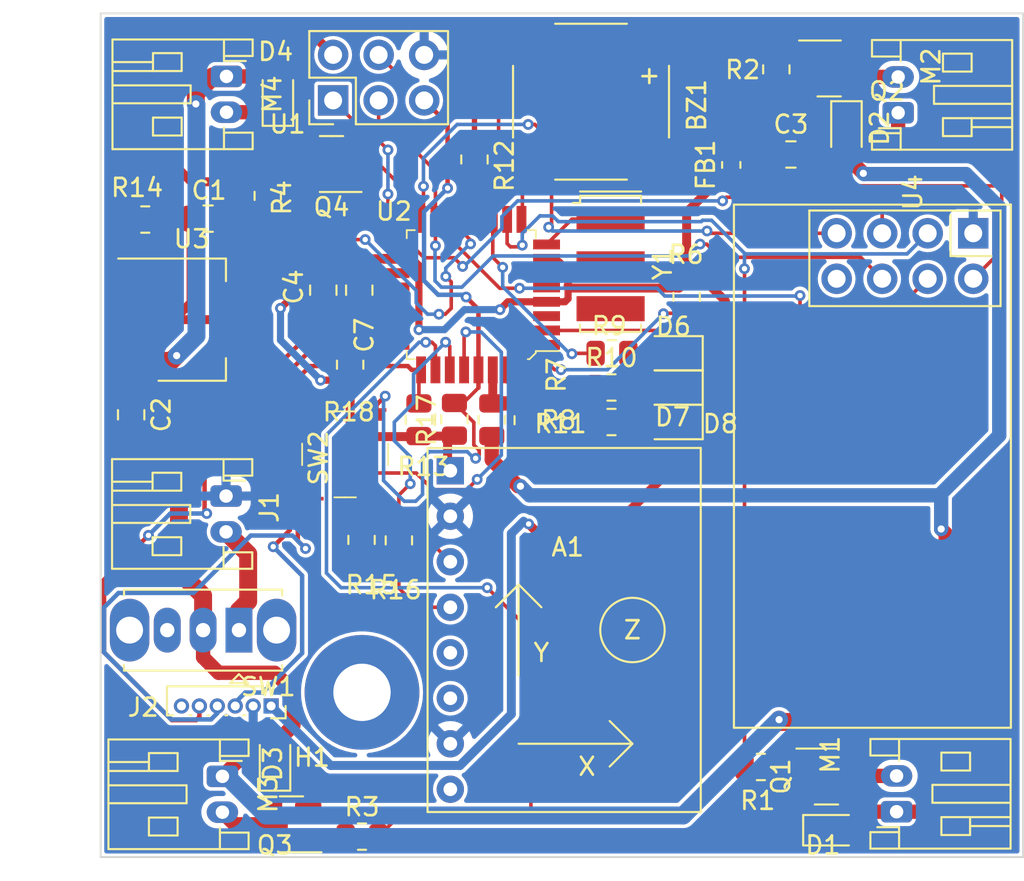
<source format=kicad_pcb>
(kicad_pcb (version 20241229) (generator "pcbnew") (generator_version "9.0")
  (layers (0 "F.Cu" signal) (2 "B.Cu" signal) (13 "F.Paste" user) (15 "B.Paste" user) (5 "F.SilkS" user "F.Silkscreen") (7 "B.SilkS" user "B.Silkscreen") (1 "F.Mask" user) (3 "B.Mask" user) (25 "Edge.Cuts" user))
  (net 0 "")
  (net 1 "Net-(BZ1-Pad1)")
  (net 2 "GND")
  (net 3 "VCC")
  (net 4 "RED")
  (net 5 "Net-(C3-Pad1)")
  (net 6 "+3.3V")
  (net 7 "Net-(U2-Pad7)")
  (net 8 "Net-(U2-Pad8)")
  (net 9 "Net-(D1-Pad1)")
  (net 10 "Net-(D2-Pad1)")
  (net 11 "Net-(D3-Pad1)")
  (net 12 "Net-(D4-Pad1)")
  (net 15 "Net-(D6-Pad2)")
  (net 16 "Net-(D7-Pad2)")
  (net 17 "Net-(D8-Pad2)")
  (net 18 "Net-(J1-Pad2)")
  (net 19 "Net-(Q1-Pad1)")
  (net 20 "Net-(Q2-Pad1)")
  (net 21 "Net-(Q3-Pad1)")
  (net 22 "Net-(Q4-Pad1)")
  (net 23 "PD6")
  (net 24 "PD5")
  (net 25 "PB1")
  (net 26 "NSS")
  (net 27 "VDD")
  (net 28 "GREEN")
  (net 29 "BLUE")
  (net 30 "Net-(R12-Pad1)")
  (net 31 "Net-(A1-Pad3)")
  (net 32 "SDA")
  (net 33 "Net-(A1-Pad4)")
  (net 34 "SCL")
  (net 35 "Net-(C1-Pad2)")
  (net 36 "RST")
  (net 37 "MISO")
  (net 38 "SCK")
  (net 39 "MOSI")
  (net 43 "PC0")
  (net 44 "CSN")
  (net 46 "PD2")
  (net 47 "Net-(R14-Pad2)")
  (net 48 "SCL1")
  (net 49 "SDA1")
  (net 51 "PC3")
  (footprint "MountingHole:MountingHole_3.2mm_M3_Pad" (layer "F.Cu") (at 132.7325 113.5888)
    (property "Reference" "H1")
    (property "Value" "MountingHole")
  )
  (footprint "LED_SMD:LED_0805_2012Metric" (layer "F.Cu") (at 150.0553 98.5012 180)
    (property "Reference" "D8")
    (property "Value" "LED")
  )
  (footprint "Resistor_SMD:R_0805_2012Metric" (layer "F.Cu") (at 132.7071 105.0798 -90)
    (property "Reference" "R15")
    (property "Value" "4.7kR")
  )
  (footprint "Resistor_SMD:R_0805_2012Metric" (layer "F.Cu") (at 146.6771 94.6658)
    (property "Reference" "R9")
    (property "Value" "R330_US")
  )
  (footprint "RF_Module:nRF24L01_Breakout" (layer "F.Cu") (at 166.8309 87.965 -90)
    (property "Reference" "U4")
    (property "Value" "NRF24L01_Breakout")
  )
  (footprint "Diode_SMD:D_SOD-323" (layer "F.Cu") (at 128.0414 80.4672 90)
    (property "Reference" "D4")
    (property "Value" "DIODE")
  )
  (footprint "digikey-footprints:Switch_Tactile_SMD_4.5x4.5mm_TL3315NF160Q" (layer "F.Cu") (at 131.7927 100.3046 -90)
    (property "Reference" "SW2")
    (property "Value" "RST_SW")
  )
  (footprint "Capacitor_SMD:C_0805_2012Metric_Pad1.18x1.45mm_HandSolder" (layer "F.Cu") (at 132.5801 91.1391 -90)
    (property "Reference" "C7")
    (property "Value" "0.1µF")
  )
  (footprint "Diode_SMD:D_SOD-323" (layer "F.Cu") (at 159.7581 82.0928 -90)
    (property "Reference" "D2")
    (property "Value" "DIODE")
  )
  (footprint "Resistor_SMD:R_0805_2012Metric" (layer "F.Cu") (at 134.7899 105.1052 90)
    (property "Reference" "R16")
    (property "Value" "4.7kR")
  )
  (footprint "Capacitor_SMD:C_0805_2012Metric" (layer "F.Cu") (at 119.8547 98.0948 -90)
    (property "Reference" "C2")
    (property "Value" "100µF")
  )
  (footprint "Package_TO_SOT_SMD:SOT-23" (layer "F.Cu") (at 158.7929 78.7654)
    (property "Reference" "Q2")
    (property "Value" "2N7002E")
  )
  (footprint "Resistor_SMD:R_0805_2012Metric" (layer "F.Cu") (at 139.0063 83.8454 90)
    (property "Reference" "R12")
    (property "Value" "330R")
  )
  (footprint "Resistor_SMD:R_0805_2012Metric" (layer "F.Cu") (at 139.9715 98.3742 90)
    (property "Reference" "R7")
    (property "Value" "100R")
  )
  (footprint "Button_Switch_THT:SW_Slide_1P2T_CK_OS102011MS2Q" (layer "F.Cu") (at 125.8679 110.1163 180)
    (property "Reference" "SW1")
    (property "Value" "SW_SPST")
  )
  (footprint "Connector_JST:JST_PH_S2B-PH-K_1x02_P2.00mm_Horizontal" (layer "F.Cu") (at 125.1495 102.632 -90)
    (property "Reference" "J1")
    (property "Value" "BAT1")
  )
  (footprint "Connector_PinHeader_2.54mm:PinHeader_2x03_P2.54mm_Vertical" (layer "F.Cu") (at 131.1219 80.5484 90)
    (property "Reference" "U1")
    (property "Value" "AVR-ISP-6")
  )
  (footprint "Resistor_SMD:R_0805_2012Metric" (layer "F.Cu") (at 146.6517 96.5708)
    (property "Reference" "R10")
    (property "Value" "R1k_US")
  )
  (footprint "Connector_JST:JST_PH_S2B-PH-K_1x02_P2.00mm_Horizontal" (layer "F.Cu") (at 125.1727 79.2088 -90)
    (property "Reference" "M4")
    (property "Value" "Motor_DC_ALT")
  )
  (footprint "Buzzer_Beeper:PUIAudio_SMT_0825_S_4_R" (layer "F.Cu") (at 145.5087 80.6196 -90)
    (property "Reference" "BZ1")
    (property "Value" "Buzzer")
  )
  (footprint "Package_TO_SOT_SMD:SOT-23" (layer "F.Cu") (at 131.0307 84.0994 180)
    (property "Reference" "Q4")
    (property "Value" "2N7002E")
  )
  (footprint "Resistor_SMD:R_0805_2012Metric" (layer "F.Cu") (at 155.8465 78.8162 -90)
    (property "Reference" "R2")
    (property "Value" "R100Ω_US")
  )
  (footprint "Package_TO_SOT_SMD:SOT-23" (layer "F.Cu") (at 158.6424 118.2878)
    (property "Reference" "Q1")
    (property "Value" "2N7002E")
  )
  (footprint "Diode_SMD:D_SOD-323" (layer "F.Cu") (at 127.8811 117.5766 90)
    (property "Reference" "D3")
    (property "Value" "DIODE")
  )
  (footprint "Charleslabs_Parts:MPU6050_Module" (layer "F.Cu") (at 137.6601 101.219)
    (property "Reference" "A1")
    (property "Value" "MPU6050_Module")
  )
  (footprint "Inductor_SMD:L_0603_1608Metric" (layer "F.Cu") (at 153.3319 84.1502 90)
    (property "Reference" "FB1")
    (property "Value" "FerriteBead_Small")
  )
  (footprint "Connector_JST:JST_PH_S2B-PH-K_1x02_P2.00mm_Horizontal" (layer "F.Cu") (at 162.6421 81.2386 90)
    (property "Reference" "M2")
    (property "Value" "Motor_DC_ALT")
  )
  (footprint "Crystal:Resonator_SMD-3Pin_7.2x3.0mm" (layer "F.Cu") (at 146.6009 89.6733 -90)
    (property "Reference" "Y1")
    (property "Value" "Crystal_GND3_Small")
  )
  (footprint "Resistor_SMD:R_0805_2012Metric" (layer "F.Cu") (at 141.9781 98.3996 -90)
    (property "Reference" "R8")
    (property "Value" "470R")
  )
  (footprint "LED_SMD:LED_0805_2012Metric" (layer "F.Cu") (at 150.0553 94.6658 180)
    (property "Reference" "D6")
    (property "Value" "LED")
  )
  (footprint "LED_SMD:LED_0805_2012Metric" (layer "F.Cu") (at 150.0553 96.5708 180)
    (property "Reference" "D7")
    (property "Value" "LED")
  )
  (footprint "Resistor_SMD:R_0805_2012Metric" (layer "F.Cu") (at 127.4747 85.8774 -90)
    (property "Reference" "R4")
    (property "Value" "R100Ω_US")
  )
  (footprint "Resistor_SMD:R_0805_2012Metric" (layer "F.Cu") (at 146.6517 98.5012)
    (property "Reference" "R11")
    (property "Value" "R1k_US")
  )
  (footprint "digikey-footprints:TQFP-32_7x7mm" (layer "F.Cu") (at 138.8285 91.3892 180)
    (property "Reference" "U2")
    (property "Value" "ATMEGA328P-AU-ND")
  )
  (footprint "Resistor_SMD:R_0805_2012Metric" (layer "F.Cu") (at 154.9848 117.7544 180)
    (property "Reference" "R1")
    (property "Value" "R100Ω_US")
  )
  (footprint "Resistor_SMD:R_0805_2012Metric" (layer "F.Cu") (at 132.0721 95.3008 -90)
    (property "Reference" "R18")
    (property "Value" "10k")
  )
  (footprint "Resistor_SMD:R_0805_2012Metric" (layer "F.Cu") (at 137.8887 98.3488 90)
    (property "Reference" "R17")
    (property "Value" "10kΩ ")
  )
  (footprint "Capacitor_SMD:C_0805_2012Metric" (layer "F.Cu") (at 156.6593 83.566)
    (property "Reference" "C3")
    (property "Value" "10µF")
  )
  (footprint "Resistor_SMD:R_0805_2012Metric" (layer "F.Cu") (at 135.9075 98.3742 -90)
    (property "Reference" "R13")
    (property "Value" "10k")
  )
  (footprint "Resistor_SMD:R_0805_2012Metric" (layer "F.Cu") (at 120.6421 87.1982)
    (property "Reference" "R14")
    (property "Value" "R470Ω")
  )
  (footprint "Capacitor_SMD:C_0805_2012Metric" (layer "F.Cu") (at 124.1473 87.1474 180)
    (property "Reference" "C1")
    (property "Value" "10µF")
  )
  (footprint "Connector_JST:JST_PH_S2B-PH-K_1x02_P2.00mm_Horizontal" (layer "F.Cu") (at 162.554 120.253 90)
    (property "Reference" "M1")
    (property "Value" "Motor_DC_ALT")
  )
  (footprint "Connector_JST:JST_PH_S2B-PH-K_1x02_P2.00mm_Horizontal" (layer "F.Cu") (at 124.9463 118.2784 -90)
    (property "Reference" "M3")
    (property "Value" "Motor_DC_ALT")
  )
  (footprint "Capacitor_SMD:C_0805_2012Metric_Pad1.18x1.45mm_HandSolder" (layer "F.Cu") (at 130.5735 91.1391 -90)
    (property "Reference" "C4")
    (property "Value" "0.1µF")
  )
  (footprint "Diode_SMD:D_SOD-323" (layer "F.Cu") (at 158.8437 121.285)
    (property "Reference" "D1")
    (property "Value" "DIODE")
  )
  (footprint "Package_TO_SOT_SMD:SOT-223-3_TabPin2" (layer "F.Cu") (at 123.2329 92.7862)
    (property "Reference" "U3")
    (property "Value" "AMS1117-3.3")
  )
  (footprint "Package_TO_SOT_SMD:SOT-23" (layer "F.Cu") (at 128.7955 120.9548 180)
    (property "Reference" "Q3")
    (property "Value" "2N7002E")
  )
  (footprint "Resistor_SMD:R_0805_2012Metric" (layer "F.Cu") (at 150.8427 91.5162 90)
    (property "Reference" "R6")
    (property "Value" "100R")
  )
  (footprint "Resistor_SMD:R_0805_2012Metric" (layer "F.Cu") (at 132.7325 121.6406)
    (property "Reference" "R3")
    (property "Value" "R100Ω_US")
  )
  (footprint "Connector_PinSocket_1.00mm:PinSocket_1x06_P1.00mm_Vertical" (layer "F.Cu") (at 127.6619 114.3508 -90)
    (property "Reference" "J2")
    (property "Value" "Conn_01x06_MountingPin")
  )
  (gr_rect (start 118.1529 75.692) (end 169.6133 122.7836) (stroke (width 0.1)) (fill no) (layer "Edge.Cuts"))
  (segment (start 149.0087 77.1196) (end 147.4391 78.6892) (width 0.3) (layer "F.Cu") (net 1))
  (segment (start 139.0063 79.883) (end 139.0063 82.9329) (width 0.3) (layer "F.Cu") (net 1))
  (segment (start 147.4391 78.6892) (end 140.2001 78.6892) (width 0.3) (layer "F.Cu") (net 1))
  (segment (start 140.2001 78.6892) (end 139.0063 79.883) (width 0.3) (layer "F.Cu") (net 1))
  (segment (start 120.0829 96.9166) (end 119.8547 97.1448) (width 0.5) (layer "F.Cu") (net 3))
  (segment (start 159.7581 83.6793) (end 159.7581 83.1428) (width 0.8) (layer "F.Cu") (net 3))
  (segment (start 161.8917 83.312) (end 159.9273 83.312) (width 0.8) (layer "F.Cu") (net 3))
  (segment (start 128.9061 113.545) (end 127.8577 112.4966) (width 0.8) (layer "F.Cu") (net 3))
  (segment (start 120.0829 95.0862) (end 122.1013 95.0862) (width 1) (layer "F.Cu") (net 3))
  (segment (start 160.6979 84.6191) (end 159.7581 83.6793) (width 0.8) (layer "F.Cu") (net 3))
  (segment (start 162.554 120.253) (end 164.3207 120.253) (width 0.8) (layer "F.Cu") (net 3))
  (segment (start 160.9257 120.253) (end 159.8937 121.285) (width 0.8) (layer "F.Cu") (net 3))
  (segment (start 127.7489 79.2088) (end 127.9573 79.4172) (width 0.8) (layer "F.Cu") (net 3))
  (segment (start 127.8577 112.4966) (end 124.7315 112.4966) (width 0.8) (layer "F.Cu") (net 3))
  (segment (start 127.8811 116.5266) (end 126.6981 116.5266) (width 0.8) (layer "F.Cu") (net 3))
  (segment (start 120.0829 95.0862) (end 120.0829 96.9166) (width 0.5) (layer "F.Cu") (net 3))
  (segment (start 164.3207 120.253) (end 165.2953 119.2784) (width 0.8) (layer "F.Cu") (net 3))
  (segment (start 125.1727 79.2088) (end 127.7489 79.2088) (width 0.8) (layer "F.Cu") (net 3))
  (segment (start 162.6421 82.5616) (end 161.8917 83.312) (width 0.8) (layer "F.Cu") (net 3))
  (segment (start 162.6421 81.2386) (end 162.6421 82.5616) (width 0.8) (layer "F.Cu") (net 3))
  (segment (start 165.2953 115.2398) (end 156.1259 115.2398) (width 1) (layer "F.Cu") (net 3))
  (segment (start 124.4151 79.2088) (end 125.1727 79.2088) (width 1) (layer "F.Cu") (net 3))
  (segment (start 127.8811 116.4516) (end 128.9061 115.4266) (width 0.8) (layer "F.Cu") (net 3))
  (segment (start 122.5217 106.8499) (end 122.5217 99.568) (width 1) (layer "F.Cu") (net 3))
  (segment (start 159.9273 83.312) (end 159.7581 83.1428) (width 0.8) (layer "F.Cu") (net 3))
  (segment (start 139.9715 100.6094) (end 139.9715 99.2867) (width 0.8) (layer "F.Cu") (net 3))
  (segment (start 165.2953 104.7242) (end 165.0413 104.4702) (width 0.8) (layer "F.Cu") (net 3))
  (segment (start 126.6981 116.5266) (end 124.9463 118.2784) (width 0.8) (layer "F.Cu") (net 3))
  (segment (start 123.4615 80.1624) (end 124.4151 79.2088) (width 1) (layer "F.Cu") (net 3))
  (segment (start 122.5217 99.568) (end 120.0985 97.1448) (width 1) (layer "F.Cu") (net 3))
  (segment (start 141.4447 102.0826) (end 139.9715 100.6094) (width 0.8) (layer "F.Cu") (net 3))
  (segment (start 165.2953 119.2784) (end 165.2953 115.2398) (width 0.8) (layer "F.Cu") (net 3))
  (segment (start 165.2953 115.2398) (end 165.2953 104.7242) (width 0.8) (layer "F.Cu") (net 3))
  (segment (start 120.0985 97.1448) (end 119.8547 97.1448) (width 1) (layer "F.Cu") (net 3))
  (segment (start 156.1259 115.2398) (end 155.9989 115.1128) (width 1) (layer "F.Cu") (net 3))
  (segment (start 162.554 120.253) (end 160.9257 120.253) (width 0.8) (layer "F.Cu") (net 3))
  (segment (start 127.8811 116.5266) (end 127.8811 116.4516) (width 0.8) (layer "F.Cu") (net 3))
  (segment (start 124.7315 112.4966) (end 123.8679 111.633) (width 0.8) (layer "F.Cu") (net 3))
  (segment (start 123.8679 110.1163) (end 123.8679 108.1961) (width 1) (layer "F.Cu") (net 3))
  (segment (start 123.8679 111.633) (end 123.8679 110.1163) (width 0.8) (layer "F.Cu") (net 3))
  (segment (start 141.5717 102.0826) (end 141.4447 102.0826) (width 0.8) (layer "F.Cu") (net 3))
  (segment (start 122.1013 95.0862) (end 122.3947 94.7928) (width 1) (layer "F.Cu") (net 3))
  (segment (start 123.8679 108.1961) (end 122.5217 106.8499) (width 1) (layer "F.Cu") (net 3))
  (segment (start 123.4615 80.7466) (end 123.4615 80.1624) (width 1) (layer "F.Cu") (net 3))
  (segment (start 128.9061 115.4266) (end 128.9061 113.545) (width 0.8) (layer "F.Cu") (net 3))
  (via (at 155.9989 115.1128) (size 0.8) (drill 0.4) (layers "F.Cu" "B.Cu") (net 3))
  (via (at 165.0413 104.4702) (size 0.8) (drill 0.4) (layers "F.Cu" "B.Cu") (net 3))
  (via (at 122.3947 94.7928) (size 0.8) (drill 0.4) (layers "F.Cu" "B.Cu") (net 3))
  (via (at 141.5717 102.0826) (size 0.8) (drill 0.4) (layers "F.Cu" "B.Cu") (net 3))
  (via (at 160.6979 84.6191) (size 0.8) (drill 0.4) (layers "F.Cu" "B.Cu") (net 3))
  (via (at 123.4615 80.7466) (size 0.8) (drill 0.4) (layers "F.Cu" "B.Cu") (net 3))
  (segment (start 168.2809 86.515) (end 168.2809 99.2494) (width 0.8) (layer "B.Cu") (net 3))
  (segment (start 142.0797 102.5906) (end 141.5717 102.0826) (width 0.8) (layer "B.Cu") (net 3))
  (segment (start 123.4977 93.6898) (end 123.4977 80.7828) (width 1) (layer "B.Cu") (net 3))
  (segment (start 127.383799 120.461) (end 125.201199 118.2784) (width 1) (layer "B.Cu") (net 3))
  (segment (start 123.4977 80.7828) (end 123.4615 80.7466) (width 1) (layer "B.Cu") (net 3))
  (segment (start 164.9397 102.5906) (end 142.0797 102.5906) (width 0.8) (layer "B.Cu") (net 3))
  (segment (start 165.0413 102.6922) (end 164.9397 102.5906) (width 0.8) (layer "B.Cu") (net 3))
  (segment (start 160.737 84.6582) (end 166.4241 84.6582) (width 0.8) (layer "B.Cu") (net 3))
  (segment (start 162.554 120.253) (end 162.554 120.2417) (width 0.8) (layer "B.Cu") (net 3))
  (segment (start 166.4241 84.6582) (end 168.2809 86.515) (width 0.8) (layer "B.Cu") (net 3))
  (segment (start 165.0413 104.4702) (end 165.0413 102.6922) (width 0.8) (layer "B.Cu") (net 3))
  (segment (start 122.3947 94.7928) (end 123.4977 93.6898) (width 1) (layer "B.Cu") (net 3))
  (segment (start 168.2809 99.2494) (end 164.9397 102.5906) (width 0.8) (layer "B.Cu") (net 3))
  (segment (start 150.6507 120.461) (end 127.383799 120.461) (width 1) (layer "B.Cu") (net 3))
  (segment (start 160.6979 84.6191) (end 160.737 84.6582) (width 0.8) (layer "B.Cu") (net 3))
  (segment (start 125.201199 118.2784) (end 124.9463 118.2784) (width 1) (layer "B.Cu") (net 3))
  (segment (start 155.9989 115.1128) (end 150.6507 120.461) (width 1) (layer "B.Cu") (net 3))
  (segment (start 162.554 120.2417) (end 162.5775 120.2182) (width 0.8) (layer "B.Cu") (net 3))
  (segment (start 145.7646 94.6658) (end 145.7646 94.6677) (width 0.2) (layer "F.Cu") (net 4))
  (segment (start 140.0285 89.3126) (end 140.0285 87.1892) (width 0.2) (layer "F.Cu") (net 4))
  (segment (start 140.5811 89.8652) (end 140.0285 89.3126) (width 0.2) (layer "F.Cu") (net 4))
  (segment (start 145.7646 94.6658) (end 144.4673 94.6658) (width 0.2) (layer "F.Cu") (net 4))
  (segment (start 144.4673 94.6658) (end 144.4419 94.6912) (width 0.2) (layer "F.Cu") (net 4))
  (segment (start 145.7646 94.6677) (end 145.8135 94.7166) (width 0.2) (layer "F.Cu") (net 4))
  (via (at 140.5811 89.8652) (size 0.6) (drill 0.3) (layers "F.Cu" "B.Cu") (net 4))
  (via (at 144.4419 94.6912) (size 0.6) (drill 0.3) (layers "F.Cu" "B.Cu") (net 4))
  (segment (start 140.5811 90.942329) (end 140.5811 89.8652) (width 0.2) (layer "B.Cu") (net 4))
  (segment (start 144.329971 94.6912) (end 140.5811 90.942329) (width 0.2) (layer "B.Cu") (net 4))
  (segment (start 144.4419 94.6912) (end 144.329971 94.6912) (width 0.2) (layer "B.Cu") (net 4))
  (segment (start 168.4195 88.9164) (end 168.4195 85.4202) (width 0.2) (layer "F.Cu") (net 5))
  (segment (start 153.5352 83.566) (end 153.3319 83.3627) (width 0.2) (layer "F.Cu") (net 5))
  (segment (start 168.4195 85.4202) (end 168.3179 85.3186) (width 0.2) (layer "F.Cu") (net 5))
  (segment (start 166.8309 90.505) (end 168.4195 88.9164) (width 0.2) (layer "F.Cu") (net 5))
  (segment (start 155.7093 83.566) (end 153.5352 83.566) (width 0.2) (layer "F.Cu") (net 5))
  (segment (start 156.3291 85.3186) (end 155.7093 84.6988) (width 0.2) (layer "F.Cu") (net 5))
  (segment (start 168.3179 85.3186) (end 156.3291 85.3186) (width 0.2) (layer "F.Cu") (net 5))
  (segment (start 155.7093 84.6988) (end 155.7093 83.566) (width 0.2) (layer "F.Cu") (net 5))
  (segment (start 129.7707 76.6572) (end 123.6393 76.6572) (width 0.5) (layer "F.Cu") (net 6))
  (segment (start 153.0017 91.7448) (end 151.8606 90.6037) (width 0.5) (layer "F.Cu") (net 6))
  (segment (start 151.8606 90.6037) (end 150.8427 90.6037) (width 0.5) (layer "F.Cu") (net 6))
  (segment (start 143.0285 90.1892) (end 144.0535 90.1892) (width 0.4) (layer "F.Cu") (net 6))
  (segment (start 135.9075 99.2867) (end 137.8633 99.2867) (width 0.5) (layer "F.Cu") (net 6))
  (segment (start 134.6285 89.3892) (end 135.546394 89.3892) (width 0.4) (layer "F.Cu") (net 6))
  (segment (start 130.2355 90.1016) (end 128.1859 92.1512) (width 0.4) (layer "F.Cu") (net 6))
  (segment (start 134.6285 90.9892) (end 133.4677 90.9892) (width 0.5) (layer "F.Cu") (net 6))
  (segment (start 133.4677 90.9892) (end 132.5801 90.1016) (width 0.5) (layer "F.Cu") (net 6))
  (segment (start 135.9075 89.750306) (end 135.9075 93.345) (width 0.4) (layer "F.Cu") (net 6))
  (segment (start 125.0973 87.7926) (end 125.0973 87.1474) (width 0.5) (layer "F.Cu") (net 6))
  (segment (start 140.8669 91.7892) (end 140.4287 92.2274) (width 0.4) (layer "F.Cu") (net 6))
  (segment (start 130.5735 90.1016) (end 130.2355 90.1016) (width 0.4) (layer "F.Cu") (net 6))
  (segment (start 123.2075 85.09) (end 124.6299 85.09) (width 0.5) (layer "F.Cu") (net 6))
  (segment (start 143.0285 90.1892) (end 142.9117 90.1892) (width 0.5) (layer "F.Cu") (net 6))
  (segment (start 135.8802 99.314) (end 135.9075 99.2867) (width 0.5) (layer "F.Cu") (net 6))
  (segment (start 129.4891 90.1016) (end 127.8049 88.4174) (width 0.5) (layer "F.Cu") (net 6))
  (segment (start 130.5735 90.1016) (end 129.4891 90.1016) (width 0.5) (layer "F.Cu") (net 6))
  (segment (start 133.2925 89.3892) (end 132.5801 90.1016) (width 0.5) (layer "F.Cu") (net 6))
  (segment (start 137.8633 99.2867) (end 137.8887 99.2613) (width 0.5) (layer "F.Cu") (net 6))
  (segment (start 135.546394 89.3892) (end 135.9075 89.750306) (width 0.4) (layer "F.Cu") (net 6))
  (segment (start 144.0535 91.7892) (end 144.2285 91.6142) (width 0.4) (layer "F.Cu") (net 6))
  (segment (start 132.0721 96.2133) (end 132.0721 98.8568) (width 0.5) (layer "F.Cu") (net 6))
  (segment (start 143.0285 91.7892) (end 140.8669 91.7892) (width 0.4) (layer "F.Cu") (net 6))
  (segment (start 130.4211 96.1644) (end 132.0232 96.1644) (width 0.4) (layer "F.Cu") (net 6))
  (segment (start 132.0721 98.8568) (end 132.5293 99.314) (width 0.5) (layer "F.Cu") (net 6))
  (segment (start 124.6299 85.09) (end 125.0973 85.5574) (width 0.5) (layer "F.Cu") (net 6))
  (segment (start 127.8049 88.4174) (end 125.7221 88.4174) (width 0.5) (layer "F.Cu") (net 6))
  (segment (start 142.0289 104.1908) (end 142.7147 104.8766) (width 0.5) (layer "F.Cu") (net 6))
  (segment (start 131.1219 78.0084) (end 129.7707 76.6572) (width 0.5) (layer "F.Cu") (net 6))
  (segment (start 137.5077 101.4984) (end 137.5077 99.6423) (width 0.5) (layer "F.Cu") (net 6))
  (segment (start 132.5801 90.1016) (end 130.5735 90.1016) (width 0.5) (layer "F.Cu") (net 6))
  (segment (start 152.6968 84.9377) (end 150.8427 86.7918) (width 0.5) (layer "F.Cu") (net 6))
  (segment (start 137.5077 99.6423) (end 137.8887 99.2613) (width 0.5) (layer "F.Cu") (net 6))
  (segment (start 150.8427 90.6037) (end 150.4231 91.0233) (width 0.5) (layer "F.Cu") (net 6))
  (segment (start 122.1661 84.0486) (end 123.2075 85.09) (width 0.5) (layer "F.Cu") (net 6))
  (segment (start 144.2285 91.6142) (end 144.2285 90.886) (width 0.4) (layer "F.Cu") (net 6))
  (segment (start 153.3319 84.9377) (end 152.6968 84.9377) (width 0.5) (layer "F.Cu") (net 6))
  (segment (start 143.0285 91.7892) (end 144.0535 91.7892) (width 0.4) (layer "F.Cu") (net 6))
  (segment (start 150.876 100.2284) (end 151.4094 100.2284) (width 0.5) (layer "F.Cu") (net 6))
  (segment (start 153.0017 98.6361) (end 153.0017 91.7448) (width 0.5) (layer "F.Cu") (net 6))
  (segment (start 144.2285 90.3642) (end 144.2285 90.886) (width 0.4) (layer "F.Cu") (net 6))
  (segment (start 125.0973 85.5574) (end 125.0973 87.1474) (width 0.5) (layer "F.Cu") (net 6))
  (segment (start 134.6285 89.3892) (end 133.2925 89.3892) (width 0.5) (layer "F.Cu") (net 6))
  (segment (start 132.5293 99.314) (end 135.8802 99.314) (width 0.5) (layer "F.Cu") (net 6))
  (segment (start 151.4094 100.2284) (end 153.0017 98.6361) (width 0.5) (layer "F.Cu") (net 6))
  (segment (start 142.9117 90.1892) (end 142.8925 90.17) (width 0.5) (layer "F.Cu") (net 6))
  (segment (start 144.0535 90.1892) (end 144.2285 90.3642) (width 0.4) (layer "F.Cu") (net 6))
  (segment (start 125.7221 88.4174) (end 125.0973 87.7926) (width 0.5) (layer "F.Cu") (net 6))
  (segment (start 142.7147 104.8766) (end 146.2278 104.8766) (width 0.5) (layer "F.Cu") (net 6))
  (segment (start 123.6393 76.6572) (end 122.1661 78.1304) (width 0.5) (layer "F.Cu") (net 6))
  (segment (start 150.8427 86.7918) (end 150.8427 90.6037) (width 0.5) (layer "F.Cu") (net 6))
  (segment (start 132.0232 96.1644) (end 132.0721 96.2133) (width 0.2) (layer "F.Cu") (net 6))
  (segment (start 150.4231 91.0233) (end 144.3658 91.0233) (width 0.5) (layer "F.Cu") (net 6))
  (segment (start 122.1661 78.1304) (end 122.1661 84.0486) (width 0.5) (layer "F.Cu") (net 6))
  (segment (start 146.2278 104.8766) (end 150.876 100.2284) (width 0.5) (layer "F.Cu") (net 6))
  (segment (start 144.3658 91.0233) (end 144.2285 90.886) (width 0.5) (layer "F.Cu") (net 6))
  (via (at 135.9075 93.345) (size 0.6) (drill 0.3) (layers "F.Cu" "B.Cu") (net 6))
  (via (at 130.4211 96.1644) (size 0.6) (drill 0.3) (layers "F.Cu" "B.Cu") (net 6))
  (via (at 140.4287 92.2274) (size 0.6) (drill 0.3) (layers "F.Cu" "B.Cu") (net 6))
  (via (at 128.1859 92.1512) (size 0.6) (drill 0.3) (layers "F.Cu" "B.Cu") (net 6))
  (via (at 142.0289 104.1908) (size 0.6) (drill 0.3) (layers "F.Cu" "B.Cu") (net 6))
  (segment (start 128.1859 93.9292) (end 130.256 95.9993) (width 0.4) (layer "B.Cu") (net 6))
  (segment (start 141.8765 104.0384) (end 142.0289 104.1908) (width 0.2) (layer "B.Cu") (net 6))
  (segment (start 138.4475 92.2274) (end 140.4287 92.2274) (width 0.4) (layer "B.Cu") (net 6))
  (segment (start 130.9821 117.671) (end 127.6619 114.3508) (width 0.5) (layer "B.Cu") (net 6))
  (segment (start 130.256 95.9993) (end 130.4211 96.1644) (width 0.2) (layer "B.Cu") (net 6))
  (segment (start 128.1859 92.1512) (end 128.1859 93.9292) (width 0.4) (layer "B.Cu") (net 6))
  (segment (start 141.0637 104.7242) (end 141.0637 114.808) (width 0.5) (layer "B.Cu") (net 6))
  (segment (start 141.0637 114.808) (end 138.2007 117.671) (width 0.5) (layer "B.Cu") (net 6))
  (segment (start 135.9075 93.345) (end 137.3299 93.345) (width 0.4) (layer "B.Cu") (net 6))
  (segment (start 138.2007 117.671) (end 130.9821 117.671) (width 0.5) (layer "B.Cu") (net 6))
  (segment (start 137.3299 93.345) (end 138.4475 92.2274) (width 0.4) (layer "B.Cu") (net 6))
  (segment (start 141.0891 104.6988) (end 141.0637 104.7242) (width 0.5) (layer "B.Cu") (net 6))
  (segment (start 141.0891 104.6988) (end 141.7495 104.0384) (width 0.5) (layer "B.Cu") (net 6))
  (segment (start 141.7495 104.0384) (end 141.8765 104.0384) (width 0.2) (layer "B.Cu") (net 6))
  (segment (start 143.996 89.6733) (end 143.7815 89.4588) (width 0.2) (layer "F.Cu") (net 7))
  (segment (start 146.6009 89.6733) (end 143.996 89.6733) (width 0.2) (layer "F.Cu") (net 7))
  (segment (start 144.4444 87.1733) (end 143.0285 88.5892) (width 0.2) (layer "F.Cu") (net 8))
  (segment (start 146.6009 87.1733) (end 144.4444 87.1733) (width 0.2) (layer "F.Cu") (net 8))
  (segment (start 159.5799 118.2878) (end 159.5799 119.3042) (width 0.8) (layer "F.Cu") (net 9))
  (segment (start 157.7937 121.0904) (end 157.7937 121.285) (width 0.8) (layer "F.Cu") (net 9))
  (segment (start 162.554 118.253) (end 159.6147 118.253) (width 0.8) (layer "F.Cu") (net 9))
  (segment (start 159.6147 118.253) (end 159.5799 118.2878) (width 0.8) (layer "F.Cu") (net 9))
  (segment (start 159.5799 119.3042) (end 157.7937 121.0904) (width 0.8) (layer "F.Cu") (net 9))
  (segment (start 160.2036 79.2386) (end 159.7304 78.7654) (width 0.8) (layer "F.Cu") (net 10))
  (segment (start 159.7304 78.7654) (end 159.7304 81.0151) (width 0.8) (layer "F.Cu") (net 10))
  (segment (start 162.6421 79.2386) (end 160.2036 79.2386) (width 0.8) (layer "F.Cu") (net 10))
  (segment (start 159.7304 81.0151) (end 159.7581 81.0428) (width 0.8) (layer "F.Cu") (net 10))
  (segment (start 162.6189 79.2386) (end 162.6029 79.2226) (width 0.8) (layer "B.Cu") (net 10))
  (segment (start 162.6421 79.2386) (end 162.6189 79.2386) (width 0.8) (layer "B.Cu") (net 10))
  (segment (start 127.8811 118.6266) (end 127.8811 120.9317) (width 0.8) (layer "F.Cu") (net 11))
  (segment (start 125.6227 120.9548) (end 124.9463 120.2784) (width 0.8) (layer "F.Cu") (net 11))
  (segment (start 127.858 120.9548) (end 125.6227 120.9548) (width 0.8) (layer "F.Cu") (net 11))
  (segment (start 127.8811 120.9317) (end 127.858 120.9548) (width 0.8) (layer "F.Cu") (net 11))
  (segment (start 127.9573 81.9635) (end 130.0932 84.0994) (width 0.8) (layer "F.Cu") (net 12))
  (segment (start 127.9573 81.5172) (end 127.9573 81.9635) (width 0.8) (layer "F.Cu") (net 12))
  (segment (start 125.1727 81.2088) (end 127.6489 81.2088) (width 0.8) (layer "F.Cu") (net 12))
  (segment (start 127.6489 81.2088) (end 127.9573 81.5172) (width 0.8) (layer "F.Cu") (net 12))
  (segment (start 147.5896 94.6658) (end 149.1178 94.6658) (width 0.2) (layer "F.Cu") (net 15))
  (segment (start 147.5642 96.5708) (end 149.1178 96.5708) (width 0.2) (layer "F.Cu") (net 16))
  (segment (start 147.5642 98.5012) (end 149.1178 98.5012) (width 0.2) (layer "F.Cu") (net 17))
  (segment (start 126.3825 108.506116) (end 126.3825 105.865) (width 1) (layer "F.Cu") (net 18))
  (segment (start 125.8679 110.1163) (end 125.8679 109.020716) (width 1) (layer "F.Cu") (net 18))
  (segment (start 125.8679 109.020716) (end 126.3825 108.506116) (width 1) (layer "F.Cu") (net 18))
  (segment (start 126.3825 105.865) (end 125.1495 104.632) (width 1) (layer "F.Cu") (net 18))
  (segment (start 157.7049 117.3378) (end 156.3139 117.3378) (width 0.4) (layer "F.Cu") (net 19))
  (segment (start 156.3139 117.3378) (end 155.8973 117.7544) (width 0.4) (layer "F.Cu") (net 19))
  (segment (start 155.9348 77.8154) (end 155.8465 77.9037) (width 0.4) (layer "F.Cu") (net 20))
  (segment (start 157.8554 77.8154) (end 155.9348 77.8154) (width 0.4) (layer "F.Cu") (net 20))
  (segment (start 129.733 121.9048) (end 131.5558 121.9048) (width 0.8) (layer "F.Cu") (net 21))
  (segment (start 131.5558 121.9048) (end 131.82 121.6406) (width 0.8) (layer "F.Cu") (net 21))
  (segment (start 131.9682 85.0494) (end 127.5592 85.0494) (width 0.4) (layer "F.Cu") (net 22))
  (segment (start 127.5592 85.0494) (end 127.4747 84.9649) (width 0.4) (layer "F.Cu") (net 22))
  (segment (start 154.0723 89.9452) (end 154.0685 89.9414) (width 0.2) (layer "F.Cu") (net 23))
  (segment (start 140.8285 88.5378) (end 140.8285 87.1892) (width 0.2) (layer "F.Cu") (net 23))
  (segment (start 154.0723 117.7544) (end 154.0723 89.9452) (width 0.2) (layer "F.Cu") (net 23))
  (segment (start 140.8285 87.1286) (end 140.8285 87.1892) (width 0.2) (layer "F.Cu") (net 23))
  (segment (start 141.6733 88.6307) (end 141.5818 88.7222) (width 0.2) (layer "F.Cu") (net 23))
  (segment (start 140.8285 87.1286) (end 140.8605 87.0966) (width 0.2) (layer "F.Cu") (net 23))
  (segment (start 141.5818 88.7222) (end 141.0129 88.7222) (width 0.2) (layer "F.Cu") (net 23))
  (segment (start 141.0129 88.7222) (end 140.8285 88.5378) (width 0.2) (layer "F.Cu") (net 23))
  (via (at 154.0685 89.9414) (size 0.6) (drill 0.3) (layers "F.Cu" "B.Cu") (net 23))
  (via (at 141.6733 88.6307) (size 0.6) (drill 0.3) (layers "F.Cu" "B.Cu") (net 23))
  (segment (start 164.2909 87.965) (end 163.1409 89.115) (width 0.2) (layer "B.Cu") (net 23))
  (segment (start 154.0685 89.1522) (end 154.1057 89.115) (width 0.2) (layer "B.Cu") (net 23))
  (segment (start 151.73236 87.238011) (end 152.228711 87.238011) (width 0.2) (layer "B.Cu") (net 23))
  (segment (start 143.68724 87.315589) (end 151.654782 87.315589) (width 0.2) (layer "B.Cu") (net 23))
  (segment (start 142.663896 86.985963) (end 142.672933 86.995) (width 0.2) (layer "B.Cu") (net 23))
  (segment (start 143.366651 86.995) (end 143.68724 87.315589) (width 0.2) (layer "B.Cu") (net 23))
  (segment (start 141.6733 87.976559) (end 141.6733 88.6307) (width 0.2) (layer "B.Cu") (net 23))
  (segment (start 154.0685 89.9414) (end 154.0685 89.1522) (width 0.2) (layer "B.Cu") (net 23))
  (segment (start 142.663896 86.985963) (end 141.6733 87.976559) (width 0.2) (layer "B.Cu") (net 23))
  (segment (start 151.654782 87.315589) (end 151.73236 87.238011) (width 0.2) (layer "B.Cu") (net 23))
  (segment (start 163.1409 89.115) (end 154.1057 89.115) (width 0.2) (layer "B.Cu") (net 23))
  (segment (start 152.228711 87.238011) (end 154.1057 89.115) (width 0.2) (layer "B.Cu") (net 23))
  (segment (start 142.672933 86.995) (end 143.366651 86.995) (width 0.2) (layer "B.Cu") (net 23))
  (segment (start 155.8973 79.6017) (end 141.3196 79.6017) (width 0.2) (layer "F.Cu") (net 24))
  (segment (start 141.3679 85.4196) (end 141.6793 85.731) (width 0.2) (layer "F.Cu") (net 24))
  (segment (start 140.3525 85.0634) (end 140.7087 85.4196) (width 0.2) (layer "F.Cu") (net 24))
  (segment (start 140.3525 80.5688) (end 140.3525 85.0634) (width 0.2) (layer "F.Cu") (net 24))
  (segment (start 141.6793 85.731) (end 141.6793 87.0622) (width 0.2) (layer "F.Cu") (net 24))
  (segment (start 141.3196 79.6017) (end 140.3525 80.5688) (width 0.2) (layer "F.Cu") (net 24))
  (segment (start 140.7087 85.4196) (end 141.3679 85.4196) (width 0.2) (layer "F.Cu") (net 24))
  (segment (start 127.4747 86.7899) (end 129.0006 88.3158) (width 0.2) (layer "F.Cu") (net 25))
  (segment (start 138.4639 87.1892) (end 138.4729 87.1982) (width 0.2) (layer "F.Cu") (net 25))
  (segment (start 138.78779 88.559939) (end 138.78779 88.35129) (width 0.2) (layer "F.Cu") (net 25))
  (segment (start 138.78779 88.35129) (end 138.4285 87.992) (width 0.2) (layer "F.Cu") (net 25))
  (segment (start 129.0006 88.3158) (end 132.9103 88.3158) (width 0.2) (layer "F.Cu") (net 25))
  (segment (start 137.3807 92.4814) (end 137.7109 92.1512) (width 0.2) (layer "F.Cu") (net 25))
  (segment (start 137.0251 92.4814) (end 137.3807 92.4814) (width 0.2) (layer "F.Cu") (net 25))
  (segment (start 138.4285 87.992) (end 138.4285 87.1892) (width 0.2) (layer "F.Cu") (net 25))
  (segment (start 137.7109 90.678) (end 137.4061 90.3732) (width 0.2) (layer "F.Cu") (net 25))
  (segment (start 137.7109 92.1512) (end 137.7109 90.678) (width 0.2) (layer "F.Cu") (net 25))
  (via (at 137.4061 90.3732) (size 0.6) (drill 0.3) (layers "F.Cu" "B.Cu") (net 25))
  (via (at 138.78779 88.559939) (size 0.6) (drill 0.3) (layers "F.Cu" "B.Cu") (net 25))
  (via (at 132.9103 88.3158) (size 0.6) (drill 0.3) (layers "F.Cu" "B.Cu") (net 25))
  (via (at 137.0251 92.4814) (size 0.6) (drill 0.3) (layers "F.Cu" "B.Cu") (net 25))
  (segment (start 138.635858 88.711871) (end 138.78779 88.559939) (width 0.2) (layer "B.Cu") (net 25))
  (segment (start 138.5999 88.711871) (end 138.635858 88.711871) (width 0.2) (layer "B.Cu") (net 25))
  (segment (start 137.4061 90.3732) (end 137.4061 89.905671) (width 0.2) (layer "B.Cu") (net 25))
  (segment (start 137.0251 92.4814) (end 136.3901 92.4814) (width 0.2) (layer "B.Cu") (net 25))
  (segment (start 135.7551 91.1606) (end 132.9103 88.3158) (width 0.2) (layer "B.Cu") (net 25))
  (segment (start 136.3901 92.4814) (end 135.7551 91.8464) (width 0.2) (layer "B.Cu") (net 25))
  (segment (start 137.4061 89.905671) (end 138.5999 88.711871) (width 0.2) (layer "B.Cu") (net 25))
  (segment (start 135.7551 91.8464) (end 135.7551 91.1606) (width 0.2) (layer "B.Cu") (net 25))
  (segment (start 150.8427 92.4287) (end 150.8154 92.4287) (width 0.2) (layer "F.Cu") (net 26))
  (segment (start 143.8323 95.5802) (end 143.4767 95.5802) (width 0.2) (layer "F.Cu") (net 26))
  (segment (start 149.5746 92.4287) (end 149.5473 92.456) (width 0.2) (layer "F.Cu") (net 26))
  (segment (start 143.4767 95.5802) (end 143.0285 95.132) (width 0.2) (layer "F.Cu") (net 26))
  (segment (start 143.0285 95.132) (end 143.0285 94.1892) (width 0.2) (layer "F.Cu") (net 26))
  (segment (start 150.8154 92.4287) (end 150.7665 92.3798) (width 0.2) (layer "F.Cu") (net 26))
  (segment (start 150.8427 92.4287) (end 149.5746 92.4287) (width 0.2) (layer "F.Cu") (net 26))
  (via (at 143.8323 95.5802) (size 0.6) (drill 0.3) (layers "F.Cu" "B.Cu") (net 26))
  (via (at 149.5473 92.456) (size 0.6) (drill 0.3) (layers "F.Cu" "B.Cu") (net 26))
  (segment (start 146.4231 95.5802) (end 143.8323 95.5802) (width 0.2) (layer "B.Cu") (net 26))
  (segment (start 149.5473 92.456) (end 146.4231 95.5802) (width 0.2) (layer "B.Cu") (net 26))
  (segment (start 141.9527 97.4617) (end 141.9781 97.4871) (width 0.8) (layer "F.Cu") (net 27))
  (segment (start 140.0285 95.5892) (end 140.0285 97.4047) (width 0.5) (layer "F.Cu") (net 27))
  (segment (start 140.0285 97.4047) (end 139.9715 97.4617) (width 0.5) (layer "F.Cu") (net 27))
  (segment (start 139.9715 97.4617) (end 141.9527 97.4617) (width 0.8) (layer "F.Cu") (net 27))
  (segment (start 143.8909 96.6392) (end 141.2083 96.6392) (width 0.2) (layer "F.Cu") (net 28))
  (segment (start 143.9593 96.5708) (end 143.8909 96.6392) (width 0.2) (layer "F.Cu") (net 28))
  (segment (start 141.2083 96.6392) (end 140.8285 96.2594) (width 0.2) (layer "F.Cu") (net 28))
  (segment (start 140.8285 96.2594) (end 140.8285 95.5892) (width 0.2) (layer "F.Cu") (net 28))
  (segment (start 143.9593 96.5708) (end 145.7392 96.5708) (width 0.2) (layer "F.Cu") (net 28))
  (segment (start 150.2053 93.8681) (end 149.7264 93.3892) (width 0.2) (layer "F.Cu") (net 29))
  (segment (start 150.2053 97.252279) (end 150.2053 93.8681) (width 0.2) (layer "F.Cu") (net 29))
  (segment (start 145.7392 98.5012) (end 146.4739 98.5012) (width 0.2) (layer "F.Cu") (net 29))
  (segment (start 150.2053 98.882679) (end 150.2053 97.819721) (width 0.2) (layer "F.Cu") (net 29))
  (segment (start 150.2053 97.819721) (end 150.2156 97.809421) (width 0.2) (layer "F.Cu") (net 29))
  (segment (start 147.073883 99.5012) (end 149.586779 99.5012) (width 0.2) (layer "F.Cu") (net 29))
  (segment (start 146.6596 99.086917) (end 147.073883 99.5012) (width 0.2) (layer "F.Cu") (net 29))
  (segment (start 149.586779 99.5012) (end 150.2053 98.882679) (width 0.2) (layer "F.Cu") (net 29))
  (segment (start 150.2156 97.262579) (end 150.2053 97.252279) (width 0.2) (layer "F.Cu") (net 29))
  (segment (start 146.6596 98.6869) (end 146.6596 99.086917) (width 0.2) (layer "F.Cu") (net 29))
  (segment (start 146.4739 98.5012) (end 146.6596 98.6869) (width 0.2) (layer "F.Cu") (net 29))
  (segment (start 149.7264 93.3892) (end 143.0285 93.3892) (width 0.2) (layer "F.Cu") (net 29))
  (segment (start 150.2156 97.809421) (end 150.2156 97.262579) (width 0.2) (layer "F.Cu") (net 29))
  (segment (start 139.2285 84.9801) (end 139.2285 87.1892) (width 0.25) (layer "F.Cu") (net 30))
  (segment (start 139.0063 84.7579) (end 139.2285 84.9801) (width 0.5) (layer "F.Cu") (net 30))
  (segment (start 139.0063 84.7579) (end 139.0063 84.7598) (width 0.5) (layer "F.Cu") (net 30))
  (segment (start 136.4409 105.0798) (end 133.6196 105.0798) (width 0.2) (layer "F.Cu") (net 31))
  (segment (start 133.6196 105.0798) (end 132.7071 105.9923) (width 0.2) (layer "F.Cu") (net 31))
  (segment (start 137.6601 106.299) (end 136.4409 105.0798) (width 0.2) (layer "F.Cu") (net 31))
  (segment (start 137.6285 94.276064) (end 137.6285 95.5892) (width 0.2) (layer "F.Cu") (net 32))
  (segment (start 137.393994 94.041558) (end 137.6285 94.276064) (width 0.2) (layer "F.Cu") (net 32))
  (segment (start 135.4249 101.9455) (end 134.7899 102.5805) (width 0.2) (layer "F.Cu") (net 32))
  (segment (start 134.7899 102.5805) (end 134.7899 104.1927) (width 0.2) (layer "F.Cu") (net 32))
  (via (at 135.4249 101.9455) (size 0.6) (drill 0.3) (layers "F.Cu" "B.Cu") (net 32))
  (via (at 137.393994 94.041558) (size 0.6) (drill 0.3) (layers "F.Cu" "B.Cu") (net 32))
  (segment (start 135.6095 95.826052) (end 137.393994 94.041558) (width 0.2) (layer "B.Cu") (net 32))
  (segment (start 135.4249 100.4316) (end 134.5359 99.5426) (width 0.2) (layer "B.Cu") (net 32))
  (segment (start 134.5359 99.5426) (end 134.5359 98.5012) (width 0.2) (layer "B.Cu") (net 32))
  (segment (start 135.6095 97.4276) (end 135.6095 95.826052) (width 0.2) (layer "B.Cu") (net 32))
  (segment (start 135.4249 101.9455) (end 135.4249 100.4316) (width 0.2) (layer "B.Cu") (net 32))
  (segment (start 134.5359 98.5012) (end 135.6095 97.4276) (width 0.2) (layer "B.Cu") (net 32))
  (segment (start 134.7899 107.7722) (end 134.7899 106.0177) (width 0.2) (layer "F.Cu") (net 33))
  (segment (start 135.8567 108.839) (end 134.7899 107.7722) (width 0.2) (layer "F.Cu") (net 33))
  (segment (start 137.6601 108.839) (end 135.8567 108.839) (width 0.2) (layer "F.Cu") (net 33))
  (segment (start 138.4285 93.5672) (end 138.4285 95.5892) (width 0.2) (layer "F.Cu") (net 34))
  (segment (start 132.4023 101.9048) (end 132.9611 101.346) (width 0.2) (layer "F.Cu") (net 34))
  (segment (start 138.5793 102.281) (end 139.1587 101.7016) (width 0.2) (layer "F.Cu") (net 34))
  (segment (start 136.6901 102.281) (end 138.5793 102.281) (width 0.2) (layer "F.Cu") (net 34))
  (segment (start 132.9611 101.346) (end 135.7551 101.346) (width 0.2) (layer "F.Cu") (net 34))
  (segment (start 132.4023 103.8625) (end 132.4023 101.9048) (width 0.2) (layer "F.Cu") (net 34))
  (segment (start 138.5237 93.472) (end 138.4285 93.5672) (width 0.2) (layer "F.Cu") (net 34))
  (segment (start 135.7551 101.346) (end 136.6901 102.281) (width 0.2) (layer "F.Cu") (net 34))
  (segment (start 132.7071 104.1673) (end 132.4023 103.8625) (width 0.2) (layer "F.Cu") (net 34))
  (via (at 138.5237 93.472) (size 0.6) (drill 0.3) (layers "F.Cu" "B.Cu") (net 34))
  (via (at 139.1587 101.7016) (size 0.6) (drill 0.3) (layers "F.Cu" "B.Cu") (net 34))
  (segment (start 139.1587 101.7016) (end 140.5049 100.3554) (width 0.2) (layer "B.Cu") (net 34))
  (segment (start 140.5049 100.3554) (end 140.5049 94.6024) (width 0.2) (layer "B.Cu") (net 34))
  (segment (start 139.3745 93.472) (end 138.5237 93.472) (width 0.2) (layer "B.Cu") (net 34))
  (segment (start 140.5049 94.6024) (end 139.3745 93.472) (width 0.2) (layer "B.Cu") (net 34))
  (segment (start 122.2423 92.7862) (end 126.3829 92.7862) (width 0.5) (layer "F.Cu") (net 35))
  (segment (start 123.1973 91.8312) (end 123.1973 87.1474) (width 0.5) (layer "F.Cu") (net 35))
  (segment (start 120.0829 92.7862) (end 122.2423 92.7862) (width 0.5) (layer "F.Cu") (net 35))
  (segment (start 122.2423 92.7862) (end 123.1973 91.8312) (width 0.5) (layer "F.Cu") (net 35))
  (segment (start 138.3814 97.4363) (end 137.8887 97.4363) (width 0.2) (layer "F.Cu") (net 36))
  (segment (start 136.2019 80.5484) (end 137.5077 81.8542) (width 0.25) (layer "F.Cu") (net 36))
  (segment (start 138.9715 98.5191) (end 138.9715 99.777017) (width 0.2) (layer "F.Cu") (net 36))
  (segment (start 139.2285 96.5892) (end 138.3814 97.4363) (width 0.2) (layer "F.Cu") (net 36))
  (segment (start 137.7363 97.6122) (end 137.7363 97.5887) (width 0.25) (layer "F.Cu") (net 36))
  (segment (start 137.5077 85.4456) (end 137.5839 85.5218) (width 0.2) (layer "F.Cu") (net 36))
  (segment (start 139.2285 95.5892) (end 139.2285 96.5892) (width 0.25) (layer "F.Cu") (net 36))
  (segment (start 134.0279 97.0534) (end 133.5427 97.5386) (width 0.25) (layer "F.Cu") (net 36))
  (segment (start 133.5427 97.5386) (end 133.5427 98.1796) (width 0.25) (layer "F.Cu") (net 36))
  (segment (start 139.2715 100.3262) (end 139.2715 100.077017) (width 0.2) (layer "F.Cu") (net 36))
  (segment (start 139.072 100.5257) (end 139.2715 100.3262) (width 0.2) (layer "F.Cu") (net 36))
  (segment (start 138.541807 91.523819) (end 139.2285 92.210512) (width 0.25) (layer "F.Cu") (net 36))
  (segment (start 139.2715 100.077017) (end 138.9715 99.777017) (width 0.2) (layer "F.Cu") (net 36))
  (segment (start 139.2285 92.210512) (end 139.2285 95.5892) (width 0.25) (layer "F.Cu") (net 36))
  (segment (start 137.8887 97.4363) (end 138.9715 98.5191) (width 0.2) (layer "F.Cu") (net 36))
  (segment (start 137.5077 81.8542) (end 137.5077 85.4456) (width 0.25) (layer "F.Cu") (net 36))
  (via (at 137.5077 85.4456) (size 0.6) (drill 0.3) (layers "F.Cu" "B.Cu") (net 36))
  (via (at 134.0279 97.0534) (size 0.6) (drill 0.3) (layers "F.Cu" "B.Cu") (net 36))
  (via (at 139.072 100.5257) (size 0.6) (drill 0.3) (layers "F.Cu" "B.Cu") (net 36))
  (via (at 138.541807 91.523819) (size 0.6) (drill 0.3) (layers "F.Cu" "B.Cu") (net 36))
  (segment (start 133.9359 101.768886) (end 133.9359 97.1454) (width 0.2) (layer "B.Cu") (net 36))
  (segment (start 136.4869 100.157) (end 136.1107 100.5332) (width 0.2) (layer "B.Cu") (net 36))
  (segment (start 135.087814 102.9208) (end 133.9359 101.768886) (width 0.2) (layer "B.Cu") (net 36))
  (segment (start 135.7297 102.9208) (end 135.087814 102.9208) (width 0.2) (layer "B.Cu") (net 36))
  (segment (start 136.1107 102.5398) (end 135.7297 102.9208) (width 0.2) (layer "B.Cu") (net 36))
  (segment (start 136.1937 90.610369) (end 136.1937 86.7596) (width 0.25) (layer "B.Cu") (net 36))
  (segment (start 136.1107 100.5332) (end 136.1107 102.5398) (width 0.2) (layer "B.Cu") (net 36))
  (segment (start 138.6084 100.157) (end 136.4869 100.157) (width 0.2) (layer "B.Cu") (net 36))
  (segment (start 138.541807 91.523819) (end 138.416188 91.3982) (width 0.25) (layer "B.Cu") (net 36))
  (segment (start 136.981531 91.3982) (end 136.1937 90.610369) (width 0.25) (layer "B.Cu") (net 36))
  (segment (start 134.0279 97.0534) (end 134.0279 97.109316) (width 0.25) (layer "B.Cu") (net 36))
  (segment (start 138.9771 100.5257) (end 138.6084 100.157) (width 0.2) (layer "B.Cu") (net 36))
  (segment (start 139.072 100.5257) (end 138.9771 100.5257) (width 0.2) (layer "B.Cu") (net 36))
  (segment (start 133.9359 97.1454) (end 134.0279 97.0534) (width 0.2) (layer "B.Cu") (net 36))
  (segment (start 138.416188 91.3982) (end 136.981531 91.3982) (width 0.25) (layer "B.Cu") (net 36))
  (segment (start 136.1937 86.7596) (end 137.5077 85.4456) (width 0.25) (layer "B.Cu") (net 36))
  (segment (start 152.107878 87.965) (end 151.980889 87.838011) (width 0.2) (layer "F.Cu") (net 37))
  (segment (start 133.0057 83.4328) (end 136.0285 86.4556) (width 0.2) (layer "F.Cu") (net 37))
  (segment (start 143.1465 87.623378) (end 143.3087 87.461178) (width 0.2) (layer "F.Cu") (net 37))
  (segment (start 133.0057 82.4322) (end 133.0057 83.4328) (width 0.2) (layer "F.Cu") (net 37))
  (segment (start 152.0873 87.7316) (end 151.980889 87.838011) (width 0.2) (layer "F.Cu") (net 37))
  (segment (start 142.3787 81.8896) (end 142.0035 81.8896) (width 0.2) (layer "F.Cu") (net 37))
  (segment (start 136.1615 85.344) (end 136.1615 87.0562) (width 0.2) (layer "F.Cu") (net 37))
  (segment (start 136.0285 86.4556) (end 136.0285 87.1892) (width 0.2) (layer "F.Cu") (net 37))
  (segment (start 136.1615 87.0562) (end 136.0285 87.1892) (width 0.2) (layer "F.Cu") (net 37))
  (segment (start 159.2109 87.965) (end 152.107878 87.965) (width 0.2) (layer "F.Cu") (net 37))
  (segment (start 143.3087 82.8196) (end 142.3787 81.8896) (width 0.2) (layer "F.Cu") (net 37))
  (segment (start 143.3087 87.461178) (end 143.3087 82.8196) (width 0.2) (layer "F.Cu") (net 37))
  (segment (start 131.1219 80.5484) (end 133.0057 82.4322) (width 0.2) (layer "F.Cu") (net 37))
  (via (at 151.980889 87.838011) (size 0.6) (drill 0.3) (layers "F.Cu" "B.Cu") (net 37))
  (via (at 142.0035 81.8896) (size 0.6) (drill 0.3) (layers "F.Cu" "B.Cu") (net 37))
  (via (at 143.1465 87.623378) (size 0.6) (drill 0.3) (layers "F.Cu" "B.Cu") (net 37))
  (via (at 136.1615 85.344) (size 0.6) (drill 0.3) (layers "F.Cu" "B.Cu") (net 37))
  (segment (start 136.1615 83.7692) (end 136.1615 85.344) (width 0.2) (layer "B.Cu") (net 37))
  (segment (start 159.0537 87.8078) (end 159.0469 87.8078) (width 0.2) (layer "B.Cu") (net 37))
  (segment (start 138.0411 81.8896) (end 136.1615 83.7692) (width 0.2) (layer "B.Cu") (net 37))
  (segment (start 159.2109 87.965) (end 159.0537 87.8078) (width 0.2) (layer "B.Cu") (net 37))
  (segment (start 142.0035 81.8896) (end 138.0411 81.8896) (width 0.2) (layer "B.Cu") (net 37))
  (segment (start 143.1465 87.623378) (end 143.361133 87.838011) (width 0.2) (layer "B.Cu") (net 37))
  (segment (start 151.858467 87.715589) (end 151.980889 87.838011) (width 0.2) (layer "B.Cu") (net 37))
  (segment (start 143.361133 87.838011) (end 151.980889 87.838011) (width 0.2) (layer "B.Cu") (net 37))
  (segment (start 135.6785 88.8142) (end 134.8535 88.8142) (width 0.2) (layer "F.Cu") (net 38))
  (segment (start 136.1961 89.3318) (end 135.6785 88.8142) (width 0.2) (layer "F.Cu") (net 38))
  (segment (start 161.7509 87.965) (end 161.7509 86.651) (width 0.2) (layer "F.Cu") (net 38))
  (segment (start 134.8535 88.8142) (end 134.6285 88.5892) (width 0.2) (layer "F.Cu") (net 38))
  (segment (start 133.6619 80.8378) (end 133.8501 81.026) (width 0.2) (layer "F.Cu") (net 38))
  (segment (start 138.3459 89.8144) (end 137.8633 89.3318) (width 0.2) (layer "F.Cu") (net 38))
  (segment (start 137.8633 89.3318) (end 136.1961 89.3318) (width 0.2) (layer "F.Cu") (net 38))
  (segment (start 133.6619 80.5484) (end 133.6619 80.8378) (width 0.2) (layer "F.Cu") (net 38))
  (segment (start 133.6619 82.7936) (end 134.1803 83.312) (width 0.2) (layer "F.Cu") (net 38))
  (segment (start 153.0525 85.9536) (end 152.8493 86.1568) (width 0.2) (layer "F.Cu") (net 38))
  (segment (start 161.7509 86.651) (end 161.0535 85.9536) (width 0.2) (layer "F.Cu") (net 38))
  (segment (start 133.6619 80.5484) (end 133.6619 82.7936) (width 0.2) (layer "F.Cu") (net 38))
  (segment (start 134.1803 85.7758) (end 134.1803 88.141) (width 0.2) (layer "F.Cu") (net 38))
  (segment (start 161.0535 85.9536) (end 153.0525 85.9536) (width 0.2) (layer "F.Cu") (net 38))
  (segment (start 134.1803 88.141) (end 134.6285 88.5892) (width 0.2) (layer "F.Cu") (net 38))
  (via (at 152.8493 86.1568) (size 0.6) (drill 0.3) (layers "F.Cu" "B.Cu") (net 38))
  (via (at 138.3459 89.8144) (size 0.6) (drill 0.3) (layers "F.Cu" "B.Cu") (net 38))
  (via (at 134.1803 83.312) (size 0.6) (drill 0.3) (layers "F.Cu" "B.Cu") (net 38))
  (via (at 134.1803 85.7758) (size 0.6) (drill 0.3) (layers "F.Cu" "B.Cu") (net 38))
  (segment (start 140.5367 87.6998) (end 140.5367 87.032514) (width 0.2) (layer "B.Cu") (net 38))
  (segment (start 138.4221 89.8144) (end 140.5367 87.6998) (width 0.2) (layer "B.Cu") (net 38))
  (segment (start 141.412414 86.1568) (end 152.8493 86.1568) (width 0.2) (layer "B.Cu") (net 38))
  (segment (start 140.5367 87.032514) (end 141.412414 86.1568) (width 0.2) (layer "B.Cu") (net 38))
  (segment (start 134.1803 85.7758) (end 134.1803 83.312) (width 0.2) (layer "B.Cu") (net 38))
  (segment (start 138.3459 89.8144) (end 138.4221 89.8144) (width 0.2) (layer "B.Cu") (net 38))
  (segment (start 152.5445 89.154) (end 151.9603 88.5698) (width 0.2) (layer "F.Cu") (net 39))
  (segment (start 151.9603 88.5698) (end 151.5922 88.5698) (width 0.2) (layer "F.Cu") (net 39))
  (segment (start 134.8407 82.4992) (end 136.8285 84.487) (width 0.2) (layer "F.Cu") (net 39))
  (segment (start 160.4693 89.3064) (end 152.6969 89.3064) (width 0.2) (layer "F.Cu") (net 39))
  (segment (start 136.82838 88.663673) (end 136.82838 87.18932) (width 0.2) (layer "F.Cu") (net 39))
  (segment (start 161.7509 90.505) (end 160.5523 89.3064) (width 0.2) (layer "F.Cu") (net 39))
  (segment (start 160.5523 89.3064) (end 160.4693 89.3064) (width 0.2) (layer "F.Cu") (net 39))
  (segment (start 136.8285 84.487) (end 136.8285 87.1892) (width 0.2) (layer "F.Cu") (net 39))
  (segment (start 136.82838 87.18932) (end 136.8285 87.1892) (width 0.2) (layer "F.Cu") (net 39))
  (segment (start 152.6969 89.3064) (end 152.5445 89.154) (width 0.2) (layer "F.Cu") (net 39))
  (segment (start 133.6619 78.0084) (end 134.8407 79.1872) (width 0.2) (layer "F.Cu") (net 39))
  (segment (start 134.8407 79.1872) (end 134.8407 82.4992) (width 0.2) (layer "F.Cu") (net 39))
  (via (at 136.82838 88.663673) (size 0.6) (drill 0.3) (layers "F.Cu" "B.Cu") (net 39))
  (via (at 151.5922 88.5698) (size 0.6) (drill 0.3) (layers "F.Cu" "B.Cu") (net 39))
  (segment (start 150.9318 89.2302) (end 140.0477 89.2302) (width 0.2) (layer "B.Cu") (net 39))
  (segment (start 136.8061 88.685953) (end 136.82838 88.663673) (width 0.2) (layer "B.Cu") (net 39))
  (segment (start 137.157571 90.9732) (end 136.8061 90.621729) (width 0.2) (layer "B.Cu") (net 39))
  (segment (start 138.3047 90.9732) (end 137.157571 90.9732) (width 0.2) (layer "B.Cu") (net 39))
  (segment (start 136.8061 90.621729) (end 136.8061 88.685953) (width 0.2) (layer "B.Cu") (net 39))
  (segment (start 151.5922 88.5698) (end 150.9318 89.2302) (width 0.2) (layer "B.Cu") (net 39))
  (segment (start 140.0477 89.2302) (end 138.3047 90.9732) (width 0.2) (layer "B.Cu") (net 39))
  (segment (start 129.9959 93.3892) (end 127.9319 95.4532) (width 0.25) (layer "F.Cu") (net 43))
  (segment (start 118.3429 111.356554) (end 122.124546 115.1382) (width 0.25) (layer "F.Cu") (net 43))
  (segment (start 120.8199 104.8258) (end 118.3429 107.3028) (width 0.25) (layer "F.Cu") (net 43))
  (segment (start 123.486899 115.1382) (end 123.6619 114.963199) (width 0.25) (layer "F.Cu") (net 43))
  (segment (start 122.124546 115.1382) (end 123.486899 115.1382) (width 0.25) (layer "F.Cu") (net 43))
  (segment (start 123.9495 103.485) (end 124.0711 103.6066) (width 0.25) (layer "F.Cu") (net 43))
  (segment (start 123.9495 99.4356) (end 123.9495 103.485) (width 0.25) (layer "F.Cu") (net 43))
  (segment (start 118.3429 107.3028) (end 118.3429 111.356554) (width 0.25) (layer "F.Cu") (net 43))
  (segment (start 127.9319 95.4532) (end 123.9495 99.4356) (width 0.25) (layer "F.Cu") (net 43))
  (segment (start 134.6285 93.3892) (end 129.9959 93.3892) (width 0.25) (layer "F.Cu") (net 43))
  (segment (start 123.6619 114.963199) (end 123.6619 114.3508) (width 0.25) (layer "F.Cu") (net 43))
  (via (at 120.8199 104.8258) (size 0.6) (drill 0.3) (layers "F.Cu" "B.Cu") (net 43))
  (via (at 124.0711 103.6066) (size 0.6) (drill 0.3) (layers "F.Cu" "B.Cu") (net 43))
  (segment (start 124.0711 103.6066) (end 122.0391 103.6066) (width 0.25) (layer "B.Cu") (net 43))
  (segment (start 122.0391 103.6066) (end 120.8199 104.8258) (width 0.25) (layer "B.Cu") (net 43))
  (segment (start 137.6285 87.1892) (end 137.6765 87.1892) (width 0.2) (layer "F.Cu") (net 44))
  (segment (start 157.1673 91.948) (end 157.6499 92.4306) (width 0.2) (layer "F.Cu") (net 44))
  (segment (start 137.6285 88.248471) (end 137.6285 87.1892) (width 0.2) (layer "F.Cu") (net 44))
  (segment (start 140.413629 91.0336) (end 137.6285 88.248471) (width 0.2) (layer "F.Cu") (net 44))
  (segment (start 137.6285 87.1892) (end 137.6347 87.1954) (width 0.2) (layer "F.Cu") (net 44))
  (segment (start 162.3653 92.4306) (end 164.2909 90.505) (width 0.2) (layer "F.Cu") (net 44))
  (segment (start 157.6499 92.4306) (end 162.3653 92.4306) (width 0.2) (layer "F.Cu") (net 44))
  (segment (start 157.1673 91.44) (end 157.1673 91.948) (width 0.2) (layer "F.Cu") (net 44))
  (segment (start 141.5209 91.0336) (end 140.413629 91.0336) (width 0.2) (layer "F.Cu") (net 44))
  (via (at 157.1673 91.44) (size 0.6) (drill 0.3) (layers "F.Cu" "B.Cu") (net 44))
  (via (at 141.5209 91.0336) (size 0.6) (drill 0.3) (layers "F.Cu" "B.Cu") (net 44))
  (segment (start 157.1419 91.4654) (end 157.1673 91.44) (width 0.2) (layer "B.Cu") (net 44))
  (segment (start 149.1917 91.0336) (end 149.6235 91.4654) (width 0.2) (layer "B.Cu") (net 44))
  (segment (start 149.6235 91.4654) (end 157.1419 91.4654) (width 0.2) (layer "B.Cu") (net 44))
  (segment (start 141.5209 91.0336) (end 149.1917 91.0336) (width 0.2) (layer "B.Cu") (net 44))
  (segment (start 121.5546 89.0145) (end 120.0829 90.4862) (width 0.5) (layer "F.Cu") (net 47))
  (segment (start 121.5546 87.1982) (end 121.5546 89.0145) (width 0.5) (layer "F.Cu") (net 47))
  (segment (start 129.8369 94.5134) (end 128.7011 95.6492) (width 0.25) (layer "F.Cu") (net 48))
  (segment (start 132.0721 94.3883) (end 131.947 94.5134) (width 0.25) (layer "F.Cu") (net 48))
  (segment (start 128.7011 104.5392) (end 127.7795 105.4608) (width 0.25) (layer "F.Cu") (net 48))
  (segment (start 131.947 94.5134) (end 129.8369 94.5134) (width 0.25) (layer "F.Cu") (net 48))
  (segment (start 128.7011 95.6492) (end 128.7011 104.5392) (width 0.25) (layer "F.Cu") (net 48))
  (segment (start 132.0721 94.3883) (end 134.4294 94.3883) (width 0.4) (layer "F.Cu") (net 48))
  (segment (start 134.4294 94.3883) (end 134.6285 94.1892) (width 0.4) (layer "F.Cu") (net 48))
  (via (at 127.7795 105.4608) (size 0.6) (drill 0.3) (layers "F.Cu" "B.Cu") (net 48))
  (segment (start 127.1953 113.6008) (end 126.2181 113.6008) (width 0.25) (layer "B.Cu") (net 48))
  (segment (start 129.3929 107.0742) (end 129.3929 111.4032) (width 0.25) (layer "B.Cu") (net 48))
  (segment (start 129.3929 111.4032) (end 127.1953 113.6008) (width 0.25) (layer "B.Cu") (net 48))
  (segment (start 126.2181 113.6008) (end 125.8491 113.9698) (width 0.25) (layer "B.Cu") (net 48))
  (segment (start 127.7795 105.4608) (end 129.3929 107.0742) (width 0.25) (layer "B.Cu") (net 48))
  (segment (start 129.1511 105.1306) (end 129.5829 105.5624) (width 0.25) (layer "F.Cu") (net 49))
  (segment (start 136.0285 95.5892) (end 135.501722 95.5892) (width 0.25) (layer "F.Cu") (net 49))
  (segment (start 135.9075 97.4617) (end 135.9075 97.5106) (width 0.25) (layer "F.Cu") (net 49))
  (segment (start 135.9075 97.4617) (end 135.9075 95.7102) (width 0.2) (layer "F.Cu") (net 49))
  (segment (start 129.8381 95.3758) (end 129.1511 96.0628) (width 0.25) (layer "F.Cu") (net 49))
  (segment (start 135.501722 95.5892) (end 135.288322 95.3758) (width 0.25) (layer "F.Cu") (net 49))
  (segment (start 136.0285 95.5892) (end 136.0255 95.5892) (width 0.4) (layer "F.Cu") (net 49))
  (segment (start 135.9075 95.7102) (end 136.0285 95.5892) (width 0.2) (layer "F.Cu") (net 49))
  (segment (start 135.288322 95.3758) (end 129.8381 95.3758) (width 0.25) (layer "F.Cu") (net 49))
  (segment (start 136.0255 95.5892) (end 136.0091 95.6056) (width 0.4) (layer "F.Cu") (net 49))
  (segment (start 129.1511 96.0628) (end 129.1511 105.1306) (width 0.25) (layer "F.Cu") (net 49))
  (via (at 129.5829 105.5624) (size 0.6) (drill 0.3) (layers "F.Cu" "B.Cu") (net 49))
  (segment (start 122.087146 115.1008) (end 124.3117 115.1008) (width 0.25) (layer "B.Cu") (net 49))
  (segment (start 128.8563 104.8358) (end 126.528848 104.8358) (width 0.25) (layer "B.Cu") (net 49))
  (segment (start 126.528848 104.8358) (end 123.323348 108.0413) (width 0.25) (layer "B.Cu") (net 49))
  (segment (start 124.6619 114.7506) (end 124.6619 114.3508) (width 0.25) (layer "B.Cu") (net 49))
  (segment (start 118.3429 111.356554) (end 122.087146 115.1008) (width 0.25) (layer "B.Cu") (net 49))
  (segment (start 124.3117 115.1008) (end 124.6619 114.7506) (width 0.25) (layer "B.Cu") (net 49))
  (segment (start 119.1518 108.0413) (end 118.3429 108.8502) (width 0.25) (layer "B.Cu") (net 49))
  (segment (start 123.323348 108.0413) (end 119.1518 108.0413) (width 0.25) (layer "B.Cu") (net 49))
  (segment (start 118.3429 108.8502) (end 118.3429 111.356554) (width 0.25) (layer "B.Cu") (net 49))
  (segment (start 129.5829 105.5624) (end 128.8563 104.8358) (width 0.25) (layer "B.Cu") (net 49))
  (segment (start 141.6131 120.6594) (end 134.6262 120.6594) (width 0.2) (layer "F.Cu") (net 51))
  (segment (start 139.7175 107.7468) (end 142.1559 110.1852) (width 0.2) (layer "F.Cu") (net 51))
  (segment (start 134.6262 120.6594) (end 133.645 121.6406) (width 0.2) (layer "F.Cu") (net 51))
  (segment (start 136.288289 94.047996) (end 136.635896 94.047996) (width 0.2) (layer "F.Cu") (net 51))
  (segment (start 142.1559 120.1166) (end 141.6131 120.6594) (width 0.2) (layer "F.Cu") (net 51))
  (segment (start 136.8285 94.2406) (end 136.8285 95.5892) (width 0.2) (layer "F.Cu") (net 51))
  (segment (start 136.635896 94.047996) (end 136.8285 94.2406) (width 0.2) (layer "F.Cu") (net 51))
  (segment (start 142.1559 110.1852) (end 142.1559 120.1166) (width 0.2) (layer "F.Cu") (net 51))
  (via (at 139.7175 107.7468) (size 0.6) (drill 0.3) (layers "F.Cu" "B.Cu") (net 51))
  (via (at 136.288289 94.047996) (size 0.6) (drill 0.3) (layers "F.Cu" "B.Cu") (net 51))
  (segment (start 136.288289 94.047996) (end 135.915704 94.047996) (width 0.2) (layer "B.Cu") (net 51))
  (segment (start 131.5641 107.7468) (end 139.7175 107.7468) (width 0.2) (layer "B.Cu") (net 51))
  (segment (start 135.915704 94.047996) (end 130.7513 99.2124) (width 0.2) (layer "B.Cu") (net 51))
  (segment (start 130.7513 106.934) (end 131.5641 107.7468) (width 0.2) (layer "B.Cu") (net 51))
  (segment (start 130.7513 99.2124) (end 130.7513 106.934) (width 0.2) (layer "B.Cu") (net 51))
  (zone (net 2) (net_name "GND") (layer "B.Cu") (connect_pads (clearance 0.2)) (min_thickness 0.254) (fill yes (thermal_gap 0.5) (thermal_bridge_width 0.508))
    (polygon (pts (xy 169.6387 122.7836) (xy 118.1529 122.7836) (xy 118.1783 75.692) (xy 169.6133 75.692)))
  )
)
</source>
